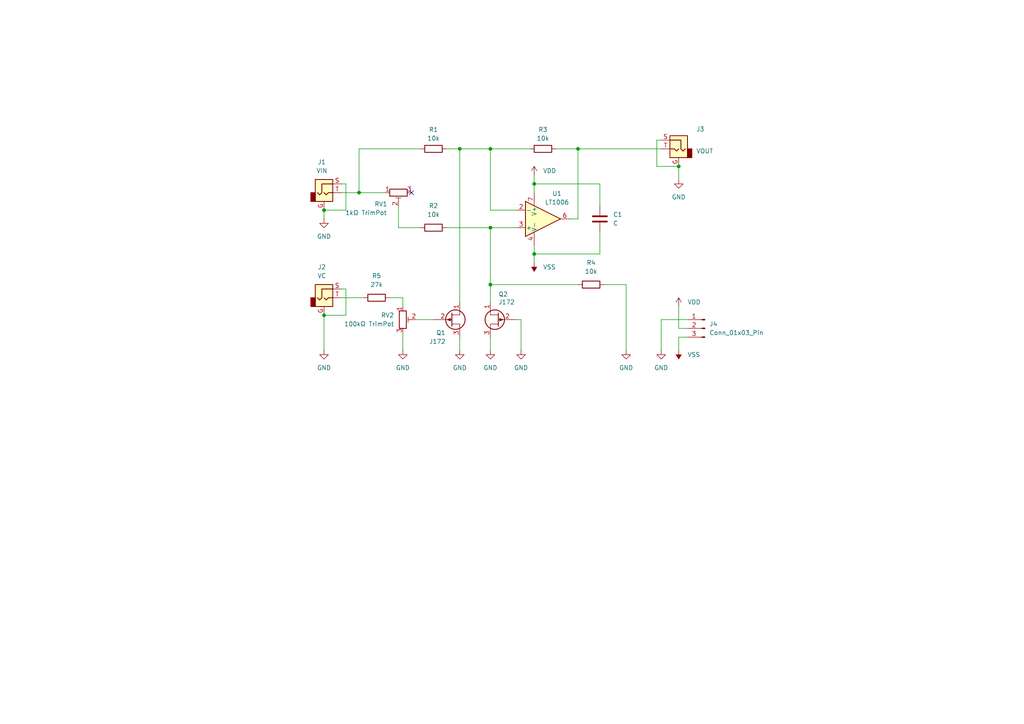
<source format=kicad_sch>
(kicad_sch (version 20250114) (generator "eeschema") (generator_version "9.0")
  (paper "A4")
  (lib_symbols
    (symbol "Connector:Conn_01x03_Pin" (pin_names (offset 1.016) (hide yes))
      (property "Reference" "J" (at 0 5.08 0))
      (property "Value" "Conn_01x03_Pin" (at 0 -5.08 0))
      (symbol "Conn_01x03_Pin_1_1"
        (rectangle (start 0.8636 2.667) (end 0 2.413) (stroke (width 0.1524)) (fill (type outline)))
        (rectangle (start 0.8636 0.127) (end 0 -0.127) (stroke (width 0.1524)) (fill (type outline)))
        (rectangle (start 0.8636 -2.413) (end 0 -2.667) (stroke (width 0.1524)) (fill (type outline)))
        (polyline (pts (xy 1.27 2.54) (xy 0.8636 2.54)) (stroke (width 0.1524)))
        (polyline (pts (xy 1.27 0) (xy 0.8636 0)) (stroke (width 0.1524)))
        (polyline (pts (xy 1.27 -2.54) (xy 0.8636 -2.54)) (stroke (width 0.1524)))
        (pin passive line (at 5.08 2.54 180) (length 3.81) (name "Pin_1") (number "1"))
        (pin passive line (at 5.08 0 180) (length 3.81) (name "Pin_2") (number "2"))
        (pin passive line (at 5.08 -2.54 180) (length 3.81) (name "Pin_3") (number "3"))
      )
    )
    (symbol "Device:C" (pin_numbers (hide yes)) (pin_names (offset 0.254))
      (property "Reference" "C" (at 0.635 2.54 0))
      (property "Value" "C" (at 0.635 -2.54 0))
      (symbol "C_0_1"
        (polyline (pts (xy -2.032 0.762) (xy 2.032 0.762)) (stroke (width 0.508)))
        (polyline (pts (xy -2.032 -0.762) (xy 2.032 -0.762)) (stroke (width 0.508)))
      )
      (symbol "C_1_1"
        (pin passive line (at 0 3.81 270) (length 2.794) (name "~") (number "1"))
        (pin passive line (at 0 -3.81 90) (length 2.794) (name "~") (number "2"))
      )
    )
    (symbol "HackSynth:AudioJack2_Ground"
      (property "Reference" "J" (at 0 8.89 0))
      (property "Value" "AudioJack2_Ground" (at 0 6.35 0))
      (symbol "AudioJack2_Ground_0_1"
        (rectangle (start -2.54 -2.54) (end -3.81 0) (stroke (width 0.254)) (fill (type outline)))
        (polyline (pts (xy 0 0) (xy 0.635 -0.635) (xy 1.27 0) (xy 2.54 0)) (stroke (width 0.254)))
        (rectangle (start 2.54 3.81) (end -2.54 -2.54) (stroke (width 0.254)) (fill (type background)))
        (polyline (pts (xy 2.54 2.54) (xy -0.635 2.54) (xy -0.635 0) (xy -1.27 -0.635) (xy -1.905 0)) (stroke (width 0.254)))
      )
      (symbol "AudioJack2_Ground_1_1"
        (pin passive line (at 0 -5.08 90) (length 2.54) (name "~") (number "G"))
        (pin passive line (at 5.08 2.54 180) (length 2.54) (name "~") (number "S"))
        (pin passive line (at 5.08 0 180) (length 2.54) (name "~") (number "T"))
      )
    )
    (symbol "HackSynth:J172_Q_PJFET_DGS" (pin_names (offset 0) (hide yes))
      (property "Reference" "Q" (at 5.08 1.27 0))
      (property "Value" "J172_Q_PJFET_DGS" (at 5.08 -1.27 0))
      (symbol "J172_Q_PJFET_DGS_0_1"
        (polyline (pts (xy -1.143 0) (xy -0.127 0.381) (xy -0.127 -0.381) (xy -1.143 0)) (fill (type outline)))
        (polyline (pts (xy 0.254 1.905) (xy 0.254 -1.905) (xy 0.254 -1.905)) (stroke (width 0.254)))
        (circle (center 1.27 0) (radius 2.8194) (stroke (width 0.254)))
        (polyline (pts (xy 2.54 2.54) (xy 2.54 1.397) (xy 0.254 1.397)))
        (polyline (pts (xy 2.54 -2.54) (xy 2.54 -1.27) (xy 0.254 -1.27)))
      )
      (symbol "J172_Q_PJFET_DGS_1_1"
        (pin input line (at -5.08 0 0) (length 5.334) (name "G") (number "2"))
        (pin passive line (at 2.54 5.08 270) (length 2.54) (name "D") (number "1"))
        (pin passive line (at 2.54 -5.08 90) (length 2.54) (name "S") (number "3"))
      )
    )
    (symbol "HackSynth:LT1006" (pin_names (offset 0.127))
      (property "Reference" "U1" (at 11.43 6.4202 0))
      (property "Value" "LT1006" (at 11.43 3.8802 0))
      (symbol "LT1006_0_1"
        (polyline (pts (xy -5.08 5.08) (xy 5.08 0) (xy -5.08 -5.08) (xy -5.08 5.08)) (stroke (width 0.254)) (fill (type background)))
      )
      (symbol "LT1006_1_1"
        (pin input line (at -7.62 2.54 0) (length 2.54) (name "-") (number "2"))
        (pin input line (at -7.62 -2.54 0) (length 2.54) (name "+") (number "3"))
        (pin no_connect line (at -5.08 -2.54 90) (length 2.54) (hide yes) (name "NC") (number "1"))
        (pin power_in line (at -2.54 7.62 270) (length 3.81) (name "V+") (number "7"))
        (pin no_connect line (at -2.54 -2.54 90) (length 2.54) (hide yes) (name "NC") (number "5"))
        (pin power_in line (at -2.54 -7.62 90) (length 3.81) (name "V-") (number "4"))
        (pin no_connect line (at 0 -2.54 90) (length 2.54) (hide yes) (name "NC") (number "8"))
        (pin output line (at 7.62 0 180) (length 2.54) (name "~") (number "6"))
      )
    )
    (symbol "HackSynth:R" (pin_numbers (hide yes)) (pin_names (offset 0))
      (property "Reference" "R" (at 2.032 0 90))
      (property "Value" "R" (at 0 0 90))
      (symbol "R_0_1"
        (rectangle (start -1.016 -2.54) (end 1.016 2.54) (stroke (width 0.254)))
      )
      (symbol "R_1_1"
        (pin passive line (at 0 3.81 270) (length 1.27) (name "~") (number "1"))
        (pin passive line (at 0 -3.81 90) (length 1.27) (name "~") (number "2"))
      )
    )
    (symbol "HackSynth:R_Potentiometer_Trim" (pin_names (offset 1.016) (hide yes))
      (property "Reference" "RV2" (at -2.54 1.2701 0))
      (property "Value" "R_Potentiometer_Trim 1k" (at -2.54 -1.2699 0))
      (symbol "R_Potentiometer_Trim_0_1"
        (rectangle (start 1.016 2.54) (end -1.016 -2.54) (stroke (width 0.254)))
        (polyline (pts (xy 1.524 0.762) (xy 1.524 -0.762)))
        (polyline (pts (xy 2.54 0) (xy 1.524 0)))
      )
      (symbol "R_Potentiometer_Trim_1_1"
        (pin passive line (at 0 3.81 270) (length 1.27) (name "1") (number "1"))
        (pin passive line (at 0 -3.81 90) (length 1.27) (name "3") (number "3"))
        (pin passive line (at 3.81 0 180) (length 1.27) (name "2") (number "2"))
      )
    )
    (symbol "power:GND" (power) (pin_numbers (hide yes)) (pin_names (offset 0) (hide yes))
      (property "Value" "GND" (at 0 -3.81 0))
      (symbol "GND_0_1"
        (polyline (pts (xy 0 0) (xy 0 -1.27) (xy 1.27 -1.27) (xy 0 -2.54) (xy -1.27 -1.27) (xy 0 -1.27)))
      )
      (symbol "GND_1_1"
        (pin power_in line (at 0 0 270) (length 0) (name "~") (number "1"))
      )
    )
    (symbol "power:VDD" (power) (pin_numbers (hide yes)) (pin_names (offset 0) (hide yes))
      (property "Value" "VDD" (at 0 3.556 0))
      (symbol "VDD_0_1"
        (polyline (pts (xy -0.762 1.27) (xy 0 2.54)))
        (polyline (pts (xy 0 2.54) (xy 0.762 1.27)))
        (polyline (pts (xy 0 0) (xy 0 2.54)))
      )
      (symbol "VDD_1_1"
        (pin power_in line (at 0 0 90) (length 0) (name "~") (number "1"))
      )
    )
    (symbol "power:VSS" (power) (pin_numbers (hide yes)) (pin_names (offset 0) (hide yes))
      (property "Value" "VSS" (at 0 3.556 0))
      (symbol "VSS_0_1"
        (polyline (pts (xy 0 0) (xy 0 2.54)))
        (polyline (pts (xy 0.762 1.27) (xy -0.762 1.27) (xy 0 2.54) (xy 0.762 1.27)) (fill (type outline)))
      )
      (symbol "VSS_1_1"
        (pin power_in line (at 0 0 90) (length 0) (name "~") (number "1"))
      )
    )
  )
  (junction (at 133.35 43.18))
  (junction (at 167.64 43.18))
  (junction (at 93.98 91.44))
  (junction (at 196.85 48.26))
  (junction (at 104.14 55.88))
  (junction (at 93.98 60.96))
  (junction (at 154.94 53.34))
  (junction (at 142.24 66.04))
  (junction (at 142.24 82.55))
  (junction (at 154.94 73.66))
  (junction (at 142.24 43.18))
  (no_connect (at 119.38 55.88))
  (wire (pts (xy 104.14 43.18) (xy 121.92 43.18)))
  (wire (pts (xy 93.98 91.44) (xy 100.33 91.44)))
  (wire (pts (xy 167.64 43.18) (xy 191.77 43.18)))
  (wire (pts (xy 161.29 43.18) (xy 167.64 43.18)))
  (wire (pts (xy 100.33 83.82) (xy 100.33 91.44)))
  (wire (pts (xy 191.77 92.71) (xy 191.77 101.6)))
  (wire (pts (xy 129.54 66.04) (xy 142.24 66.04)))
  (wire (pts (xy 142.24 82.55) (xy 142.24 87.63)))
  (wire (pts (xy 133.35 101.6) (xy 133.35 97.79)))
  (wire (pts (xy 93.98 63.5) (xy 93.98 60.96)))
  (wire (pts (xy 149.86 60.96) (xy 142.24 60.96)))
  (wire (pts (xy 196.85 97.79) (xy 196.85 101.6)))
  (wire (pts (xy 142.24 101.6) (xy 142.24 97.79)))
  (wire (pts (xy 99.06 86.36) (xy 105.41 86.36)))
  (wire (pts (xy 115.57 66.04) (xy 121.92 66.04)))
  (wire (pts (xy 154.94 53.34) (xy 154.94 55.88)))
  (wire (pts (xy 149.86 92.71) (xy 151.13 92.71)))
  (wire (pts (xy 173.99 53.34) (xy 173.99 59.69)))
  (wire (pts (xy 99.06 83.82) (xy 100.33 83.82)))
  (wire (pts (xy 133.35 43.18) (xy 142.24 43.18)))
  (wire (pts (xy 104.14 55.88) (xy 111.76 55.88)))
  (wire (pts (xy 133.35 43.18) (xy 133.35 87.63)))
  (wire (pts (xy 116.84 86.36) (xy 116.84 88.9)))
  (wire (pts (xy 199.39 95.25) (xy 196.85 95.25)))
  (wire (pts (xy 154.94 71.12) (xy 154.94 73.66)))
  (wire (pts (xy 142.24 66.04) (xy 149.86 66.04)))
  (wire (pts (xy 190.5 40.64) (xy 190.5 48.26)))
  (wire (pts (xy 142.24 43.18) (xy 153.67 43.18)))
  (wire (pts (xy 173.99 67.31) (xy 173.99 73.66)))
  (wire (pts (xy 133.35 43.18) (xy 129.54 43.18)))
  (wire (pts (xy 196.85 95.25) (xy 196.85 88.9)))
  (wire (pts (xy 173.99 73.66) (xy 154.94 73.66)))
  (wire (pts (xy 154.94 50.8) (xy 154.94 53.34)))
  (wire (pts (xy 93.98 60.96) (xy 100.33 60.96)))
  (wire (pts (xy 154.94 76.2) (xy 154.94 73.66)))
  (wire (pts (xy 196.85 48.26) (xy 196.85 52.07)))
  (wire (pts (xy 167.64 63.5) (xy 165.1 63.5)))
  (wire (pts (xy 99.06 53.34) (xy 100.33 53.34)))
  (wire (pts (xy 190.5 48.26) (xy 196.85 48.26)))
  (wire (pts (xy 104.14 43.18) (xy 104.14 55.88)))
  (wire (pts (xy 142.24 82.55) (xy 167.64 82.55)))
  (wire (pts (xy 199.39 97.79) (xy 196.85 97.79)))
  (wire (pts (xy 116.84 101.6) (xy 116.84 96.52)))
  (wire (pts (xy 113.03 86.36) (xy 116.84 86.36)))
  (wire (pts (xy 99.06 55.88) (xy 104.14 55.88)))
  (wire (pts (xy 151.13 92.71) (xy 151.13 101.6)))
  (wire (pts (xy 142.24 43.18) (xy 142.24 60.96)))
  (wire (pts (xy 120.65 92.71) (xy 125.73 92.71)))
  (wire (pts (xy 154.94 53.34) (xy 173.99 53.34)))
  (wire (pts (xy 175.26 82.55) (xy 181.61 82.55)))
  (wire (pts (xy 115.57 66.04) (xy 115.57 59.69)))
  (wire (pts (xy 167.64 43.18) (xy 167.64 63.5)))
  (wire (pts (xy 199.39 92.71) (xy 191.77 92.71)))
  (wire (pts (xy 191.77 40.64) (xy 190.5 40.64)))
  (wire (pts (xy 181.61 82.55) (xy 181.61 101.6)))
  (wire (pts (xy 100.33 53.34) (xy 100.33 60.96)))
  (wire (pts (xy 142.24 66.04) (xy 142.24 82.55)))
  (wire (pts (xy 93.98 101.6) (xy 93.98 91.44)))
  (symbol (lib_id "power:VDD") (at 154.94 50.8 0) (unit 1)
    (property "Reference" "#PWR02" (effects (hide yes)))
    (property "Value" "VDD" (at 157.48 49.5299 0) (effects (justify left)))
    (property "Description" "Power symbol creates a global label with name \"VDD\"" (effects (hide yes)))
  )
  (symbol (lib_id "power:VSS") (at 196.85 101.6 180) (unit 1)
    (property "Reference" "#PWR013" (effects (hide yes)))
    (property "Value" "VSS" (at 199.39 102.8699 0) (effects (justify right)))
    (property "Description" "Power symbol creates a global label with name \"VSS\"" (effects (hide yes)))
  )
  (symbol (lib_id "HackSynth:R") (at 109.22 86.36 90) (unit 1)
    (property "Reference" "R5" (at 109.22 80.01 90))
    (property "Value" "27k" (at 109.22 82.55 90))
    (property "Footprint" "HackSynth:R_Axial_DIN0207_L6.3mm_D2.5mm_P7.62mm_Horizontal" (effects (hide yes)))
    (property "Description" "Resistor" (effects (hide yes)))
  )
  (symbol (lib_id "power:VSS") (at 154.94 76.2 180) (unit 1)
    (property "Reference" "#PWR01" (effects (hide yes)))
    (property "Value" "VSS" (at 157.48 77.4699 0) (effects (justify right)))
    (property "Description" "Power symbol creates a global label with name \"VSS\"" (effects (hide yes)))
  )
  (symbol (lib_id "Device:C") (at 173.99 63.5 0) (unit 1)
    (property "Reference" "C1" (at 177.8 62.2299 0) (effects (justify left)))
    (property "Value" "C" (at 177.8 64.7699 0) (effects (justify left)))
    (property "Footprint" "Capacitor_THT:C_Disc_D5.0mm_W2.5mm_P5.00mm" (effects (hide yes)))
    (property "Description" "Unpolarized capacitor" (effects (hide yes)))
  )
  (symbol (lib_id "HackSynth:J172_Q_PJFET_DGS") (at 144.78 92.71 0) (mirror y) (unit 1)
    (property "Reference" "Q2" (at 147.32 85.344 0) (effects (justify left)))
    (property "Value" "J172" (at 149.352 87.63 0) (effects (justify left)))
    (property "Footprint" "HackSynth:J172_TO-92_Inline - Handsolder" (effects (hide yes)))
    (property "Description" "P-JFET transistor, drain/gate/source" (effects (hide yes)))
  )
  (symbol (lib_id "HackSynth:R_Potentiometer_Trim") (at 116.84 92.71 0) (unit 1)
    (property "Reference" "RV2" (at 114.3 91.4399 0) (effects (justify right)))
    (property "Value" "100kΩ TrimPot" (at 114.3 93.9799 0) (effects (justify right)))
    (property "Footprint" "HackSynth:TrimPot_Bourns_3339S_Horizontal" (effects (hide yes)))
    (property "Description" "Trim-potentiometer" (effects (hide yes)))
  )
  (symbol (lib_id "HackSynth:R") (at 171.45 82.55 90) (unit 1)
    (property "Reference" "R4" (at 171.45 76.2 90))
    (property "Value" "10k" (at 171.45 78.74 90))
    (property "Footprint" "HackSynth:R_Axial_DIN0207_L6.3mm_D2.5mm_P7.62mm_Horizontal" (effects (hide yes)))
    (property "Description" "Resistor" (effects (hide yes)))
  )
  (symbol (lib_id "power:GND") (at 196.85 52.07 0) (mirror y) (unit 1)
    (property "Reference" "#PWR09" (effects (hide yes)))
    (property "Value" "GND" (at 196.85 57.15 0))
    (property "Description" "Power symbol creates a global label with name \"GND\" , ground" (effects (hide yes)))
  )
  (symbol (lib_id "HackSynth:AudioJack2_Ground") (at 93.98 86.36 0) (unit 1)
    (property "Reference" "J2" (at 93.345 77.47 0))
    (property "Value" "VC" (at 93.345 80.01 0))
    (property "Footprint" "HackSynth:Jack_3.5mm" (effects (hide yes)))
    (property "Description" "Audio Jack, 2 Poles (Mono / TS), Grounded Sleeve" (effects (hide yes)))
  )
  (symbol (lib_id "power:GND") (at 191.77 101.6 0) (mirror y) (unit 1)
    (property "Reference" "#PWR011" (effects (hide yes)))
    (property "Value" "GND" (at 191.77 106.68 0))
    (property "Description" "Power symbol creates a global label with name \"GND\" , ground" (effects (hide yes)))
  )
  (symbol (lib_id "HackSynth:R") (at 125.73 66.04 90) (unit 1)
    (property "Reference" "R2" (at 125.73 59.69 90))
    (property "Value" "10k" (at 125.73 62.23 90))
    (property "Footprint" "HackSynth:R_Axial_DIN0207_L6.3mm_D2.5mm_P7.62mm_Horizontal" (effects (hide yes)))
    (property "Description" "Resistor" (effects (hide yes)))
  )
  (symbol (lib_id "HackSynth:J172_Q_PJFET_DGS") (at 130.81 92.71 0) (unit 1)
    (property "Reference" "Q1" (at 126.492 96.52 0) (effects (justify left)))
    (property "Value" "J172" (at 124.46 99.06 0) (effects (justify left)))
    (property "Footprint" "HackSynth:J172_TO-92_Inline - Handsolder" (effects (hide yes)))
    (property "Description" "P-JFET transistor, drain/gate/source" (effects (hide yes)))
  )
  (symbol (lib_id "Connector:Conn_01x03_Pin") (at 204.47 95.25 0) (mirror y) (unit 1)
    (property "Reference" "J4" (at 205.74 93.9799 0) (effects (justify right)))
    (property "Value" "Conn_01x03_Pin" (at 205.74 96.5199 0) (effects (justify right)))
    (property "Footprint" "HackSynth:JST_PH_S3B-PH-K_1x03_P2.00mm_Horizontal" (effects (hide yes)))
    (property "Description" "Generic connector, single row, 01x03, script generated" (effects (hide yes)))
  )
  (symbol (lib_id "HackSynth:LT1006") (at 157.48 63.5 0) (unit 1)
    (property "Reference" "U1" (at 161.544 56.134 0))
    (property "Value" "LT1006" (at 161.544 58.674 0))
    (property "Footprint" "HackSynth:DIP-8_W7.62mm_LongPads" (effects (hide yes)))
  )
  (symbol (lib_id "HackSynth:R_Potentiometer_Trim") (at 115.57 55.88 90) (mirror x) (unit 1)
    (property "Reference" "RV1" (at 110.49 59.182 90))
    (property "Value" "1kΩ TrimPot" (at 106.172 61.722 90))
    (property "Footprint" "HackSynth:TrimPot_Bourns_3339S_Horizontal" (effects (hide yes)))
    (property "Description" "Trim-potentiometer" (effects (hide yes)))
  )
  (symbol (lib_id "power:GND") (at 93.98 63.5 0) (unit 1)
    (property "Reference" "#PWR03" (effects (hide yes)))
    (property "Value" "GND" (at 93.98 68.58 0))
    (property "Description" "Power symbol creates a global label with name \"GND\" , ground" (effects (hide yes)))
  )
  (symbol (lib_id "HackSynth:AudioJack2_Ground") (at 196.85 43.18 0) (mirror y) (unit 1)
    (property "Reference" "J3" (at 201.93 37.4649 0) (effects (justify right)))
    (property "Value" "VOUT" (at 201.93 43.8149 0) (effects (justify right)))
    (property "Footprint" "HackSynth:Jack_3.5mm" (effects (hide yes)))
    (property "Description" "Audio Jack, 2 Poles (Mono / TS), Grounded Sleeve" (effects (hide yes)))
  )
  (symbol (lib_id "power:GND") (at 133.35 101.6 0) (unit 1)
    (property "Reference" "#PWR05" (effects (hide yes)))
    (property "Value" "GND" (at 133.35 106.68 0))
    (property "Description" "Power symbol creates a global label with name \"GND\" , ground" (effects (hide yes)))
  )
  (symbol (lib_id "power:GND") (at 142.24 101.6 0) (unit 1)
    (property "Reference" "#PWR06" (effects (hide yes)))
    (property "Value" "GND" (at 142.24 106.68 0))
    (property "Description" "Power symbol creates a global label with name \"GND\" , ground" (effects (hide yes)))
  )
  (symbol (lib_id "power:GND") (at 93.98 101.6 0) (unit 1)
    (property "Reference" "#PWR04" (effects (hide yes)))
    (property "Value" "GND" (at 93.98 106.68 0))
    (property "Description" "Power symbol creates a global label with name \"GND\" , ground" (effects (hide yes)))
  )
  (symbol (lib_id "power:VDD") (at 196.85 88.9 0) (unit 1)
    (property "Reference" "#PWR012" (effects (hide yes)))
    (property "Value" "VDD" (at 199.39 87.6299 0) (effects (justify left)))
    (property "Description" "Power symbol creates a global label with name \"VDD\"" (effects (hide yes)))
  )
  (symbol (lib_id "HackSynth:R") (at 157.48 43.18 90) (unit 1)
    (property "Reference" "R3" (at 157.48 37.592 90))
    (property "Value" "10k" (at 157.48 40.132 90))
    (property "Footprint" "HackSynth:R_Axial_DIN0207_L6.3mm_D2.5mm_P7.62mm_Horizontal" (effects (hide yes)))
    (property "Description" "Resistor" (effects (hide yes)))
  )
  (symbol (lib_id "HackSynth:AudioJack2_Ground") (at 93.98 55.88 0) (unit 1)
    (property "Reference" "J1" (at 93.345 46.99 0))
    (property "Value" "VIN" (at 93.345 49.53 0))
    (property "Footprint" "HackSynth:Jack_3.5mm" (effects (hide yes)))
    (property "Description" "Audio Jack, 2 Poles (Mono / TS), Grounded Sleeve" (effects (hide yes)))
  )
  (symbol (lib_id "power:GND") (at 151.13 101.6 0) (unit 1)
    (property "Reference" "#PWR07" (effects (hide yes)))
    (property "Value" "GND" (at 151.13 106.68 0))
    (property "Description" "Power symbol creates a global label with name \"GND\" , ground" (effects (hide yes)))
  )
  (symbol (lib_id "power:GND") (at 181.61 101.6 0) (unit 1)
    (property "Reference" "#PWR08" (effects (hide yes)))
    (property "Value" "GND" (at 181.61 106.68 0))
    (property "Description" "Power symbol creates a global label with name \"GND\" , ground" (effects (hide yes)))
  )
  (symbol (lib_id "HackSynth:R") (at 125.73 43.18 90) (unit 1)
    (property "Reference" "R1" (at 125.73 37.592 90))
    (property "Value" "10k" (at 125.73 40.132 90))
    (property "Footprint" "HackSynth:R_Axial_DIN0207_L6.3mm_D2.5mm_P7.62mm_Horizontal" (effects (hide yes)))
    (property "Description" "Resistor" (effects (hide yes)))
  )
  (symbol (lib_id "power:GND") (at 116.84 101.6 0) (unit 1)
    (property "Reference" "#PWR010" (effects (hide yes)))
    (property "Value" "GND" (at 116.84 106.68 0))
    (property "Description" "Power symbol creates a global label with name \"GND\" , ground" (effects (hide yes)))
  )
)
</source>
